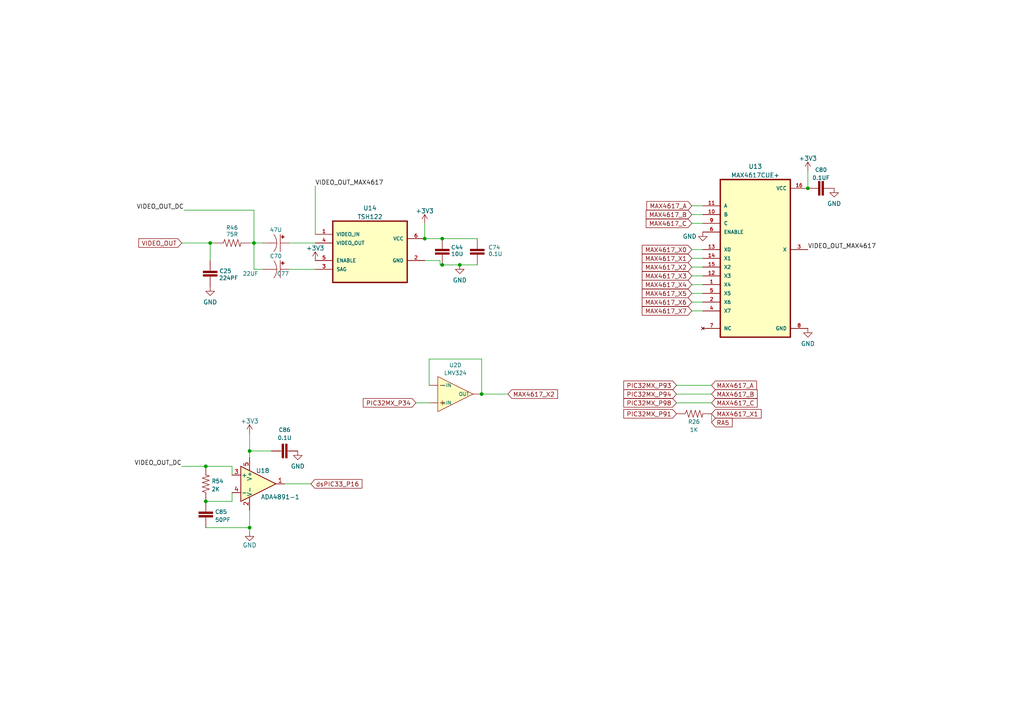
<source format=kicad_sch>
(kicad_sch (version 20230121) (generator eeschema)
  (paper "A4")
  (lib_symbols
    (symbol "47UF-POLAR-EIA3528-10V-10%_1" (pin_numbers hide) (pin_names (offset 1.016) hide)
      (property "Reference" "C77" (at 1.27 2.54 90))
      (property "Value" "22UF" (at 1.27 -6.35 90))
      (symbol "47UF-POLAR-EIA3528-10V-10%_1_1_0"
        (polyline (pts (xy -2.54 0) (xy 2.54 0)))
        (polyline (pts (xy 0 -1.016) (xy 0 -2.54)))
      )
      (symbol "47UF-POLAR-EIA3528-10V-10%_1_1_1"
        (rectangle (start -2.2352 0.6604) (end -1.3462 0.7874) (fill (type outline)))
        (rectangle (start -1.8542 0.2794) (end -1.7272 1.1684) (fill (type outline)))
        (arc (start 0 -1.016) (mid -1.2939 -1.2289) (end -2.4638 -1.8288))
        (arc (start 2.4892 -1.8542) (mid 1.3167 -1.2157) (end 0 -0.9906))
        (pin passive line (at 0 2.54 270) (length 2.54) (name "+") (number "1"))
        (pin passive line (at 0 -5.08 90) (length 2.54) (name "-") (number "2"))
      )
    )
    (symbol "Amplifier_Operational:ADA4891-1" (pin_names (offset 0.127))
      (property "Reference" "U" (at 3.81 3.81 0))
      (property "Value" "ADA4891-1" (at 11.43 -2.54 0))
      (symbol "ADA4891-1_1_1"
        (polyline (pts (xy -5.08 5.08) (xy 5.08 0) (xy -5.08 -5.08) (xy -5.08 5.08)) (stroke (width 0.254)) (fill (type background)))
        (pin output line (at 7.62 0 180) (length 2.54) (name "~") (number "1"))
        (pin power_in line (at -2.54 -7.62 90) (length 3.81) (name "V-") (number "2"))
        (pin input line (at -7.62 2.54 0) (length 2.54) (name "+") (number "3"))
        (pin input line (at -7.62 -2.54 0) (length 2.54) (name "-") (number "4"))
        (pin power_in line (at -2.54 7.62 270) (length 3.81) (name "V+") (number "5"))
      )
    )
    (symbol "Amplifier_Video:TSH122" (pin_names (offset 1.016))
      (property "Reference" "U" (at -12.7 13.6906 0))
      (property "Value" "TSH122" (at -2.54 -3.81 0))
      (symbol "TSH122_0_0"
        (rectangle (start -12.7 12.7) (end 8.89 -5.08) (stroke (width 0.4064)) (fill (type background)))
        (pin input line (at -17.78 8.89 0) (length 5.08) (name "VIDEO_IN") (number "1"))
        (pin power_in line (at 13.97 1.27 180) (length 5.08) (name "GND") (number "2"))
        (pin passive line (at -17.78 -1.27 0) (length 5.08) (name "SAG") (number "3"))
        (pin output line (at -17.78 6.35 0) (length 5.08) (name "VIDEO_OUT") (number "4"))
        (pin input line (at -17.78 1.27 0) (length 5.08) (name "ENABLE") (number "5"))
        (pin power_in line (at 13.97 7.62 180) (length 5.08) (name "VCC") (number "6"))
      )
    )
    (symbol "Analog_Switch:MAX4617CUE+" (pin_names (offset 1.016))
      (property "Reference" "U13" (at 0 26.636 0))
      (property "Value" "MAX4617CUE+" (at 0 24.0991 0))
      (symbol "MAX4617CUE+_0_0"
        (rectangle (start -10.16 -22.86) (end 10.16 22.86) (stroke (width 0.4064)) (fill (type background)))
        (pin input line (at -15.24 -7.62 0) (length 5.08) (name "X4") (number "1"))
        (pin input line (at -15.24 12.7 0) (length 5.08) (name "B") (number "10"))
        (pin input line (at -15.24 15.24 0) (length 5.08) (name "A") (number "11"))
        (pin input line (at -15.24 -5.08 0) (length 5.08) (name "X3") (number "12"))
        (pin input line (at -15.24 2.54 0) (length 5.08) (name "X0") (number "13"))
        (pin input line (at -15.24 0 0) (length 5.08) (name "X1") (number "14"))
        (pin input line (at -15.24 -2.54 0) (length 5.08) (name "X2") (number "15"))
        (pin power_in line (at 15.24 20.32 180) (length 5.08) (name "VCC") (number "16"))
        (pin input line (at -15.24 -12.7 0) (length 5.08) (name "X6") (number "2"))
        (pin output line (at 15.24 2.54 180) (length 5.08) (name "X") (number "3"))
        (pin input line (at -15.24 -15.24 0) (length 5.08) (name "X7") (number "4"))
        (pin input line (at -15.24 -10.16 0) (length 5.08) (name "X5") (number "5"))
        (pin input line (at -15.24 7.62 0) (length 5.08) (name "ENABLE") (number "6"))
        (pin no_connect line (at -15.24 -20.32 0) (length 5.08) (name "NC") (number "7"))
        (pin power_in line (at 15.24 -20.32 180) (length 5.08) (name "GND") (number "8"))
        (pin input line (at -15.24 10.16 0) (length 5.08) (name "C") (number "9"))
      )
    )
    (symbol "SparkFun-Capacitors:0.1UF-0402-16V-10%" (pin_numbers hide) (pin_names (offset 1.016) hide)
      (property "Reference" "C" (at 1.524 2.921 0))
      (property "Value" "0.1UF-0402-16V-10%" (at 1.524 -2.159 0))
      (property "Field4" "CAP-12416" (at 0 7.62 0))
      (symbol "0.1UF-0402-16V-10%_1_0"
        (polyline (pts (xy 0 0) (xy 0 0.508)))
        (polyline (pts (xy 0 2.54) (xy 0 2.032)))
      )
      (symbol "0.1UF-0402-16V-10%_1_1"
        (rectangle (start -2.032 0.508) (end 2.032 1.016) (fill (type outline)))
        (rectangle (start -2.032 1.524) (end 2.032 2.032) (fill (type outline)))
        (pin passive line (at 0 5.08 270) (length 2.54) (name "1") (number "1"))
        (pin passive line (at 0 -2.54 90) (length 2.54) (name "2") (number "2"))
      )
    )
    (symbol "SparkFun-Capacitors:10UF-0805-10V-10%" (pin_numbers hide) (pin_names (offset 1.016) hide)
      (property "Reference" "C" (at 1.524 2.921 0))
      (property "Value" "10UF-0805-10V-10%" (at 1.524 -2.159 0))
      (property "Field4" "CAP-11330" (at 0 7.62 0))
      (symbol "10UF-0805-10V-10%_1_0"
        (polyline (pts (xy 0 0) (xy 0 0.508)))
        (polyline (pts (xy 0 2.54) (xy 0 2.032)))
      )
      (symbol "10UF-0805-10V-10%_1_1"
        (rectangle (start -2.032 0.508) (end 2.032 1.016) (fill (type outline)))
        (rectangle (start -2.032 1.524) (end 2.032 2.032) (fill (type outline)))
        (pin passive line (at 0 5.08 270) (length 2.54) (name "1") (number "1"))
        (pin passive line (at 0 -2.54 90) (length 2.54) (name "2") (number "2"))
      )
    )
    (symbol "SparkFun-Capacitors:47UF-POLAR-EIA3528-10V-10%" (pin_numbers hide) (pin_names (offset 1.016) hide)
      (property "Reference" "C70" (at 3.81 -1.27 90))
      (property "Value" "47U" (at -3.81 -1.27 90))
      (symbol "47UF-POLAR-EIA3528-10V-10%_1_0"
        (polyline (pts (xy -2.54 0) (xy 2.54 0)))
        (polyline (pts (xy 0 -1.016) (xy 0 -2.54)))
      )
      (symbol "47UF-POLAR-EIA3528-10V-10%_1_1"
        (rectangle (start -2.2352 0.6604) (end -1.3462 0.7874) (fill (type outline)))
        (rectangle (start -1.8542 0.2794) (end -1.7272 1.1684) (fill (type outline)))
        (arc (start 0 -1.016) (mid -1.2939 -1.2289) (end -2.4638 -1.8288))
        (arc (start 2.4892 -1.8542) (mid 1.3167 -1.2157) (end 0 -0.9906))
        (pin passive line (at 0 2.54 270) (length 2.54) (name "+") (number "1"))
        (pin passive line (at 0 -5.08 90) (length 2.54) (name "-") (number "2"))
      )
    )
    (symbol "SparkFun-IC-Amplifiers:LMV324" (pin_numbers hide) (pin_names (offset 1.016))
      (property "Reference" "U" (at 1.27 6.35 0))
      (property "Value" "LMV324" (at -5.08 -7.62 0))
      (property "Field4" "IC-08227" (at 0 10.16 0))
      (symbol "LMV324_1_0"
        (polyline (pts (xy -4.445 -2.54) (xy -3.175 -2.54)))
        (polyline (pts (xy -4.445 2.54) (xy -3.175 2.54)))
        (polyline (pts (xy -3.81 -1.905) (xy -3.81 -3.175)))
      )
      (symbol "LMV324_1_1"
        (polyline (pts (xy 5.08 0) (xy -5.08 5.08) (xy -5.08 -5.08) (xy 5.08 0)) (fill (type background)))
        (pin output line (at 7.62 0 180) (length 2.54) (name "OUT") (number "1"))
        (pin input line (at -7.62 2.54 0) (length 2.54) (name "-IN") (number "2"))
        (pin input line (at -7.62 -2.54 0) (length 2.54) (name "+IN") (number "3"))
      )
      (symbol "LMV324_2_0"
        (polyline (pts (xy -4.445 -2.54) (xy -3.175 -2.54)))
        (polyline (pts (xy -4.445 2.54) (xy -3.175 2.54)))
        (polyline (pts (xy -3.81 -1.905) (xy -3.81 -3.175)))
      )
      (symbol "LMV324_2_1"
        (polyline (pts (xy 5.08 0) (xy -5.08 5.08) (xy -5.08 -5.08) (xy 5.08 0)) (fill (type background)))
        (pin input line (at -7.62 -2.54 0) (length 2.54) (name "+IN") (number "10"))
        (pin output line (at 7.62 0 180) (length 2.54) (name "OUT") (number "8"))
        (pin input line (at -7.62 2.54 0) (length 2.54) (name "-IN") (number "9"))
      )
      (symbol "LMV324_3_0"
        (polyline (pts (xy -4.445 -2.54) (xy -3.175 -2.54)))
        (polyline (pts (xy -4.445 2.54) (xy -3.175 2.54)))
        (polyline (pts (xy -3.81 -1.905) (xy -3.81 -3.175)))
      )
      (symbol "LMV324_3_1"
        (polyline (pts (xy 5.08 0) (xy -5.08 5.08) (xy -5.08 -5.08) (xy 5.08 0)) (fill (type background)))
        (pin input line (at -7.62 -2.54 0) (length 2.54) (name "+IN") (number "5"))
        (pin input line (at -7.62 2.54 0) (length 2.54) (name "-IN") (number "6"))
        (pin output line (at 7.62 0 180) (length 2.54) (name "OUT") (number "7"))
      )
      (symbol "LMV324_4_0"
        (polyline (pts (xy -4.445 -2.54) (xy -3.175 -2.54)))
        (polyline (pts (xy -4.445 2.54) (xy -3.175 2.54)))
        (polyline (pts (xy -3.81 -1.905) (xy -3.81 -3.175)))
      )
      (symbol "LMV324_4_1"
        (polyline (pts (xy 5.08 0) (xy -5.08 5.08) (xy -5.08 -5.08) (xy 5.08 0)) (fill (type background)))
        (pin input line (at -7.62 -2.54 0) (length 2.54) (name "+IN") (number "12"))
        (pin input line (at -7.62 2.54 0) (length 2.54) (name "-IN") (number "13"))
        (pin output line (at 7.62 0 180) (length 2.54) (name "OUT") (number "14"))
      )
      (symbol "LMV324_5_0"
        (text "VCC" (at 0.3048 3.937 0) (effects (font (size 1.016 1.016))))
        (text "VEE" (at 0.3048 -4.191 0) (effects (font (size 1.016 1.016))))
      )
      (symbol "LMV324_5_1"
        (polyline (pts (xy -2.54 5.08) (xy 2.54 5.08) (xy 2.54 -5.08) (xy -2.54 -5.08) (xy -2.54 5.08)) (fill (type background)))
        (pin bidirectional line (at 0 -7.62 90) (length 2.54) (name "P$V-") (number "11"))
        (pin bidirectional line (at 0 7.62 270) (length 2.54) (name "P$V+") (number "4"))
      )
    )
    (symbol "SparkFun-Resistors:RESISTOR0402" (pin_numbers hide) (pin_names (offset 1.016) hide)
      (property "Reference" "R" (at -5.08 1.27 0))
      (property "Value" "RESISTOR0402" (at -5.08 -3.81 0))
      (property "Field4" " " (at 0 5.08 0))
      (symbol "RESISTOR0402_1_0"
        (polyline (pts (xy -2.54 0) (xy -2.159 1.016)))
        (polyline (pts (xy -2.159 1.016) (xy -1.524 -1.016)))
        (polyline (pts (xy -1.524 -1.016) (xy -0.889 1.016)))
        (polyline (pts (xy -0.889 1.016) (xy -0.254 -1.016)))
        (polyline (pts (xy -0.254 -1.016) (xy 0.381 1.016)))
        (polyline (pts (xy 0.381 1.016) (xy 1.016 -1.016)))
        (polyline (pts (xy 1.016 -1.016) (xy 1.651 1.016)))
        (polyline (pts (xy 1.651 1.016) (xy 2.286 -1.016)))
        (polyline (pts (xy 2.286 -1.016) (xy 2.54 0)))
      )
      (symbol "RESISTOR0402_1_1"
        (pin passive line (at -5.08 0 0) (length 2.54) (name "1") (number "1"))
        (pin passive line (at 5.08 0 180) (length 2.54) (name "2") (number "2"))
      )
    )
    (symbol "power:+3V3" (power) (pin_names (offset 0))
      (property "Value" "+3V3" (at 0 3.556 0))
      (symbol "+3V3_0_1"
        (polyline (pts (xy -0.762 1.27) (xy 0 2.54)))
        (polyline (pts (xy 0 0) (xy 0 2.54)))
        (polyline (pts (xy 0 2.54) (xy 0.762 1.27)))
      )
      (symbol "+3V3_1_1"
        (pin power_in line (at 0 0 90) (length 0) hide (name "+3V3") (number "1"))
      )
    )
    (symbol "power:GND" (power) (pin_names (offset 0))
      (property "Value" "GND" (at 0 -3.81 0))
      (symbol "GND_0_1"
        (polyline (pts (xy 0 0) (xy 0 -1.27) (xy 1.27 -1.27) (xy 0 -2.54) (xy -1.27 -1.27) (xy 0 -1.27)))
      )
      (symbol "GND_1_1"
        (pin power_in line (at 0 0 270) (length 0) hide (name "GND") (number "1"))
      )
    )
  )
  (junction (at 72.39 153.035))
  (junction (at 123.19 69.215))
  (junction (at 139.7 114.3))
  (junction (at 133.35 76.835))
  (junction (at 72.39 130.81))
  (junction (at 128.27 69.215))
  (junction (at 128.27 76.835))
  (junction (at 73.66 70.485))
  (junction (at 59.69 135.255))
  (junction (at 60.96 70.485))
  (junction (at 234.315 54.61))
  (junction (at 59.69 145.415))
  (wire (pts (xy 234.315 49.53) (xy 234.315 54.61)))
  (wire (pts (xy 73.66 70.485) (xy 76.2 70.485)))
  (wire (pts (xy 83.82 70.485) (xy 91.44 70.485)))
  (wire (pts (xy 200.66 87.63) (xy 203.835 87.63)))
  (wire (pts (xy 91.44 53.975) (xy 91.44 67.945)))
  (wire (pts (xy 128.27 76.835) (xy 133.35 76.835)))
  (wire (pts (xy 120.65 116.84) (xy 124.46 116.84)))
  (wire (pts (xy 133.35 76.835) (xy 138.43 76.835)))
  (wire (pts (xy 72.39 147.955) (xy 72.39 153.035)))
  (wire (pts (xy 73.66 70.485) (xy 73.66 78.105)))
  (wire (pts (xy 59.69 153.035) (xy 72.39 153.035)))
  (wire (pts (xy 196.215 111.76) (xy 206.375 111.76)))
  (wire (pts (xy 59.69 145.415) (xy 67.31 145.415)))
  (wire (pts (xy 72.39 130.81) (xy 72.39 132.715)))
  (wire (pts (xy 82.55 140.335) (xy 90.17 140.335)))
  (wire (pts (xy 200.66 77.47) (xy 203.835 77.47)))
  (wire (pts (xy 196.215 114.3) (xy 206.375 114.3)))
  (wire (pts (xy 59.69 135.255) (xy 67.31 135.255)))
  (wire (pts (xy 67.31 142.875) (xy 67.31 145.415)))
  (wire (pts (xy 72.39 153.035) (xy 72.39 154.305)))
  (wire (pts (xy 200.66 72.39) (xy 203.835 72.39)))
  (wire (pts (xy 139.7 104.14) (xy 139.7 114.3)))
  (wire (pts (xy 200.66 82.55) (xy 203.835 82.55)))
  (wire (pts (xy 200.66 74.93) (xy 203.835 74.93)))
  (wire (pts (xy 72.39 125.73) (xy 72.39 130.81)))
  (wire (pts (xy 200.66 64.77) (xy 203.835 64.77)))
  (wire (pts (xy 60.96 70.485) (xy 62.23 70.485)))
  (wire (pts (xy 128.27 69.215) (xy 138.43 69.215)))
  (wire (pts (xy 127.635 75.565) (xy 123.19 75.565)))
  (wire (pts (xy 127.635 76.835) (xy 127.635 75.565)))
  (wire (pts (xy 200.66 85.09) (xy 203.835 85.09)))
  (wire (pts (xy 83.82 78.105) (xy 91.44 78.105)))
  (wire (pts (xy 127.635 76.835) (xy 128.27 76.835)))
  (wire (pts (xy 200.66 59.69) (xy 203.835 59.69)))
  (wire (pts (xy 72.39 130.81) (xy 78.74 130.81)))
  (wire (pts (xy 200.66 90.17) (xy 203.835 90.17)))
  (wire (pts (xy 52.705 135.255) (xy 59.69 135.255)))
  (wire (pts (xy 124.46 104.14) (xy 124.46 111.76)))
  (wire (pts (xy 52.705 70.485) (xy 60.96 70.485)))
  (wire (pts (xy 124.46 104.14) (xy 139.7 104.14)))
  (wire (pts (xy 73.66 60.96) (xy 73.66 70.485)))
  (wire (pts (xy 196.215 116.84) (xy 206.375 116.84)))
  (wire (pts (xy 139.7 114.3) (xy 147.32 114.3)))
  (wire (pts (xy 200.66 80.01) (xy 203.835 80.01)))
  (wire (pts (xy 123.19 69.215) (xy 128.27 69.215)))
  (wire (pts (xy 200.66 62.23) (xy 203.835 62.23)))
  (wire (pts (xy 73.66 78.105) (xy 76.2 78.105)))
  (wire (pts (xy 53.34 60.96) (xy 73.66 60.96)))
  (wire (pts (xy 123.19 64.77) (xy 123.19 69.215)))
  (wire (pts (xy 67.31 135.255) (xy 67.31 137.795)))
  (wire (pts (xy 72.39 70.485) (xy 73.66 70.485)))
  (wire (pts (xy 206.375 120.015) (xy 206.375 122.555)))
  (wire (pts (xy 60.96 70.485) (xy 60.96 75.565)))
  (label "VIDEO_OUT_DC" (at 53.34 60.96 180))
  (label "VIDEO_OUT_MAX4617" (at 91.44 53.975 0))
  (label "VIDEO_OUT_MAX4617" (at 234.315 72.39 0))
  (label "VIDEO_OUT_DC" (at 52.705 135.255 180))
  (global_label "MAX4617_X5" (shape input) (at 200.66 85.09 180) (property "Intersheetrefs" "${INTERSHEET_REFS}" (effects hide)))
  (global_label "MAX4617_B" (shape input) (at 200.66 62.23 180) (property "Intersheetrefs" "${INTERSHEET_REFS}" (effects hide)))
  (global_label "MAX4617_X7" (shape input) (at 200.66 90.17 180) (property "Intersheetrefs" "${INTERSHEET_REFS}" (effects hide)))
  (global_label "RA5" (shape input) (at 206.375 122.555 0) (property "Intersheetrefs" "${INTERSHEET_REFS}" (effects hide)))
  (global_label "PIC32MX_P91" (shape input) (at 196.215 120.015 180) (property "Intersheetrefs" "${INTERSHEET_REFS}" (effects hide)))
  (global_label "MAX4617_X1" (shape input) (at 206.375 120.015 0) (property "Intersheetrefs" "${INTERSHEET_REFS}" (effects hide)))
  (global_label "MAX4617_X1" (shape input) (at 200.66 74.93 180) (property "Intersheetrefs" "${INTERSHEET_REFS}" (effects hide)))
  (global_label "MAX4617_B" (shape input) (at 206.375 114.3 0) (property "Intersheetrefs" "${INTERSHEET_REFS}" (effects hide)))
  (global_label "MAX4617_C" (shape input) (at 206.375 116.84 0) (property "Intersheetrefs" "${INTERSHEET_REFS}" (effects hide)))
  (global_label "MAX4617_X2" (shape input) (at 147.32 114.3 0) (property "Intersheetrefs" "${INTERSHEET_REFS}" (effects hide)))
  (global_label "MAX4617_X4" (shape input) (at 200.66 82.55 180) (property "Intersheetrefs" "${INTERSHEET_REFS}" (effects hide)))
  (global_label "MAX4617_X2" (shape input) (at 200.66 77.47 180) (property "Intersheetrefs" "${INTERSHEET_REFS}" (effects hide)))
  (global_label "MAX4617_X3" (shape input) (at 200.66 80.01 180) (property "Intersheetrefs" "${INTERSHEET_REFS}" (effects hide)))
  (global_label "dsPIC33_P16" (shape input) (at 90.17 140.335 0) (property "Intersheetrefs" "${INTERSHEET_REFS}" (effects hide)))
  (global_label "MAX4617_C" (shape input) (at 200.66 64.77 180) (property "Intersheetrefs" "${INTERSHEET_REFS}" (effects hide)))
  (global_label "VIDEO_OUT" (shape input) (at 52.705 70.485 180) (property "Intersheetrefs" "${INTERSHEET_REFS}" (effects hide)))
  (global_label "PIC32MX_P93" (shape input) (at 196.215 111.76 180) (property "Intersheetrefs" "${INTERSHEET_REFS}" (effects hide)))
  (global_label "MAX4617_A" (shape input) (at 200.66 59.69 180) (property "Intersheetrefs" "${INTERSHEET_REFS}" (effects hide)))
  (global_label "PIC32MX_P98" (shape input) (at 196.215 116.84 180) (property "Intersheetrefs" "${INTERSHEET_REFS}" (effects hide)))
  (global_label "MAX4617_X0" (shape input) (at 200.66 72.39 180) (property "Intersheetrefs" "${INTERSHEET_REFS}" (effects hide)))
  (global_label "MAX4617_A" (shape input) (at 206.375 111.76 0) (property "Intersheetrefs" "${INTERSHEET_REFS}" (effects hide)))
  (global_label "PIC32MX_P34" (shape input) (at 120.65 116.84 180) (property "Intersheetrefs" "${INTERSHEET_REFS}" (effects hide)))
  (global_label "PIC32MX_P94" (shape input) (at 196.215 114.3 180) (property "Intersheetrefs" "${INTERSHEET_REFS}" (effects hide)))
  (global_label "MAX4617_X6" (shape input) (at 200.66 87.63 180) (property "Intersheetrefs" "${INTERSHEET_REFS}" (effects hide)))
  (symbol (lib_id "SparkFun-Capacitors:10UF-0805-10V-10%") (at 128.27 74.295 0) (unit 1)
    (property "Reference" "C44" (at 130.81 71.755 0) (effects (font (size 1.143 1.143)) (justify left)))
    (property "Value" "10U" (at 130.81 73.66 0) (effects (font (size 1.143 1.143)) (justify left)))
    (property "Footprint" "Capacitor_SMD:C_0805_2012Metric" (effects hide))
    (property "Field4" "CAP-11330 0805-10V-10%" (effects hide))
  )
  (symbol (lib_id "SparkFun-Capacitors:0.1UF-0402-16V-10%") (at 59.69 150.495 0) (unit 1)
    (property "Reference" "C85" (at 62.357 148.4611 0) (effects (font (size 1.143 1.143)) (justify left)))
    (property "Value" "50PF" (at 62.357 150.7697 0) (effects (font (size 1.143 1.143)) (justify left)))
    (property "Footprint" "Capacitor_SMD:C_0402_1005Metric" (effects hide))
    (property "Field4" "CAP-12416 -0402-16V-10%" (effects hide))
  )
  (symbol (lib_id "power:GND") (at 241.935 54.61 0) (unit 1)
    (property "Reference" "#PWR0124" (effects hide))
    (property "Value" "GND" (at 241.935 59.0534 0))
  )
  (symbol (lib_id "SparkFun-Capacitors:0.1UF-0402-16V-10%") (at 239.395 54.61 90) (unit 1)
    (property "Reference" "C80" (at 238.125 49.2609 90) (effects (font (size 1.143 1.143))))
    (property "Value" "0.1UF" (at 238.125 51.5695 90) (effects (font (size 1.143 1.143))))
    (property "Footprint" "Capacitor_SMD:C_0402_1005Metric" (effects hide))
    (property "Field4" "CAP-12416 0402-16V-10%" (effects hide))
  )
  (symbol (lib_id "power:GND") (at 86.36 130.81 0) (unit 1)
    (property "Reference" "#PWR0118" (effects hide))
    (property "Value" "GND" (at 86.36 135.2534 0))
  )
  (symbol (lib_id "power:GND") (at 72.39 154.305 0) (unit 1)
    (property "Reference" "#PWR0115" (effects hide))
    (property "Value" "GND" (at 72.39 158.115 0))
  )
  (symbol (lib_name "47UF-POLAR-EIA3528-10V-10%_1") (lib_id "SparkFun-Capacitors:47UF-POLAR-EIA3528-10V-10%") (at 81.28 78.105 270) (unit 1)
    (property "Reference" "C77" (at 83.82 79.375 90) (effects (font (size 1.143 1.143)) (justify right)))
    (property "Value" "22UF" (at 74.93 79.375 90) (effects (font (size 1.143 1.143)) (justify right)))
    (property "Footprint" "Capacitor_Tantalum_SMD:CP_EIA-3528-12_Kemet-T" (effects hide))
    (property "Field4" "CAP-08310 POLAR-EIA3528-10V-10%" (effects hide))
  )
  (symbol (lib_id "power:GND") (at 133.35 76.835 0) (unit 1)
    (property "Reference" "#PWR0120" (effects hide))
    (property "Value" "GND" (at 133.35 81.2784 0))
  )
  (symbol (lib_id "power:GND") (at 234.315 95.25 0) (unit 1)
    (property "Reference" "#PWR0123" (effects hide))
    (property "Value" "GND" (at 234.315 99.6934 0))
  )
  (symbol (lib_id "SparkFun-Capacitors:0.1UF-0402-16V-10%") (at 83.82 130.81 90) (unit 1)
    (property "Reference" "C86" (at 82.55 124.6914 90) (effects (font (size 1.143 1.143))))
    (property "Value" "0.1U" (at 82.55 127 90) (effects (font (size 1.143 1.143))))
    (property "Footprint" "Capacitor_SMD:C_0402_1005Metric" (effects hide))
    (property "Field4" "CAP-12416 0402-16V-10%" (effects hide))
  )
  (symbol (lib_id "power:GND") (at 203.835 67.31 0) (unit 1)
    (property "Reference" "#PWR0122" (effects hide))
    (property "Value" "GND" (at 200.025 68.58 0))
  )
  (symbol (lib_id "Amplifier_Operational:ADA4891-1") (at 74.93 140.335 0) (unit 1)
    (property "Reference" "U18" (at 76.2 136.525 0))
    (property "Value" "ADA4891-1" (at 81.28 144.145 0))
    (property "Footprint" "Package_TO_SOT_SMD:SOT-23-5" (effects hide))
  )
  (symbol (lib_id "SparkFun-Capacitors:47UF-POLAR-EIA3528-10V-10%") (at 81.28 70.485 270) (unit 1)
    (property "Reference" "C70" (at 80.01 74.295 90) (effects (font (size 1.143 1.143))))
    (property "Value" "47U" (at 80.01 66.675 90) (effects (font (size 1.143 1.143))))
    (property "Footprint" "Capacitor_Tantalum_SMD:CP_EIA-3528-12_Kemet-T" (effects hide))
    (property "Field4" "CAP-08310 POLAR-EIA3528-10V-10%" (effects hide))
  )
  (symbol (lib_id "SparkFun-Resistors:RESISTOR0402") (at 67.31 70.485 0) (unit 1)
    (property "Reference" "R46" (at 67.31 66.04 0) (effects (font (size 1.143 1.143))))
    (property "Value" "75R" (at 67.31 67.945 0) (effects (font (size 1.143 1.143))))
    (property "Footprint" "Resistor_SMD:R_0402_1005Metric" (effects hide))
    (property "Field4" " " (at 67.31 68.3783 0) (effects (font (size 1.524 1.524))))
  )
  (symbol (lib_id "SparkFun-Resistors:RESISTOR0402") (at 201.295 120.015 0) (unit 1)
    (property "Reference" "R26" (at 201.295 122.3531 0) (effects (font (size 1.143 1.143))))
    (property "Value" "1K" (at 201.295 124.6617 0) (effects (font (size 1.143 1.143))))
    (property "Footprint" "Resistor_SMD:R_0402_1005Metric" (effects hide))
    (property "Field4" " " (at 201.295 125.73 0) (effects (font (size 1.524 1.524))))
  )
  (symbol (lib_id "SparkFun-Resistors:RESISTOR0402") (at 59.69 140.335 90) (unit 1)
    (property "Reference" "R54" (at 61.341 139.5711 90) (effects (font (size 1.143 1.143)) (justify right)))
    (property "Value" "2K" (at 61.341 141.8797 90) (effects (font (size 1.143 1.143)) (justify right)))
    (property "Footprint" "Resistor_SMD:R_0402_1005Metric" (effects hide))
    (property "Field4" " " (effects hide))
  )
  (symbol (lib_id "power:+3V3") (at 91.44 75.565 0) (unit 1)
    (property "Reference" "#PWR0116" (effects hide))
    (property "Value" "+3V3" (at 91.44 71.9892 0))
  )
  (symbol (lib_id "Amplifier_Video:TSH122") (at 109.22 76.835 0) (unit 1)
    (property "Reference" "U14" (at 107.315 60.359 0))
    (property "Value" "TSH122" (at 107.315 62.8959 0))
    (property "Footprint" "Package_TO_SOT_SMD:SOT-363_SC-70-6" (effects hide))
  )
  (symbol (lib_id "SparkFun-Capacitors:0.1UF-0402-16V-10%") (at 60.96 80.645 0) (unit 1)
    (property "Reference" "C25" (at 63.627 78.6111 0) (effects (font (size 1.143 1.143)) (justify left)))
    (property "Value" "224PF" (at 63.5 80.645 0) (effects (font (size 1.143 1.143)) (justify left)))
    (property "Footprint" "Capacitor_SMD:C_0402_1005Metric" (effects hide))
    (property "Field4" "CAP-12416 0402-16V-10%" (effects hide))
  )
  (symbol (lib_id "power:+3V3") (at 72.39 125.73 0) (unit 1)
    (property "Reference" "#PWR0119" (effects hide))
    (property "Value" "+3V3" (at 72.39 122.1542 0))
  )
  (symbol (lib_id "power:GND") (at 60.96 83.185 0) (unit 1)
    (property "Reference" "#PWR0117" (effects hide))
    (property "Value" "GND" (at 60.96 87.6284 0))
  )
  (symbol (lib_id "power:+3V3") (at 123.19 64.77 0) (unit 1)
    (property "Reference" "#PWR0121" (effects hide))
    (property "Value" "+3V3" (at 123.19 61.1942 0))
  )
  (symbol (lib_id "power:+3V3") (at 234.315 49.53 0) (unit 1)
    (property "Reference" "#PWR0125" (effects hide))
    (property "Value" "+3V3" (at 234.315 45.9542 0))
  )
  (symbol (lib_id "Analog_Switch:MAX4617CUE+") (at 219.075 74.93 0) (unit 1)
    (property "Reference" "U13" (at 219.075 48.294 0))
    (property "Value" "MAX4617CUE+" (at 219.075 50.8309 0))
    (property "Footprint" "Package_SO:TSSOP-16_4.4x5mm_P0.65mm" (effects hide))
    (property "DESCRIPTION" "1 Circuit IC Switch 8:1 10Ohm 16-TSSOP" (effects hide))
    (property "PACKAGE" "TSSOP-16 Maxim" (effects hide))
    (property "MP" "MAX4617CUE+" (effects hide))
  )
  (symbol (lib_id "SparkFun-IC-Amplifiers:LMV324") (at 132.08 114.3 0) (unit 4)
    (property "Reference" "U2" (at 132.08 105.9029 0) (effects (font (size 1.143 1.143))))
    (property "Value" "LMV324" (at 132.08 108.2115 0) (effects (font (size 1.143 1.143))))
    (property "Footprint" "Package_SO:TSSOP-14_4.4x5mm_P0.65mm" (effects hide))
  )
  (symbol (lib_id "SparkFun-Capacitors:0.1UF-0402-16V-10%") (at 138.43 74.295 0) (unit 1)
    (property "Reference" "C74" (at 141.605 71.755 0) (effects (font (size 1.143 1.143)) (justify left)))
    (property "Value" "0.1U" (at 141.605 73.66 0) (effects (font (size 1.143 1.143)) (justify left)))
    (property "Footprint" "Capacitor_SMD:C_0402_1005Metric" (effects hide))
    (property "Field4" "CAP-12416 0402-16V-10%" (effects hide))
  )
)
</source>
